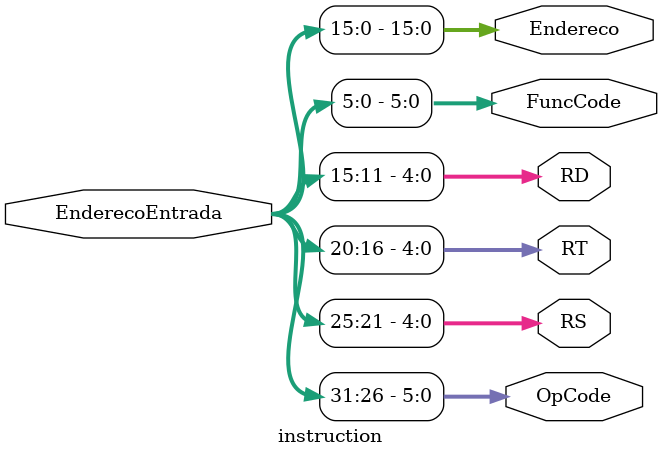
<source format=v>
module instruction(EnderecoEntrada, OpCode, RS, RT, RD, FuncCode, Endereco);
  input [31:0] EnderecoEntrada;
  output [5:0] OpCode;
  output reg[4:0] RS;
  output reg[4:0] RT;
  output reg[4:0] RD;
  output reg[5:0] FuncCode;
  output reg[15:0] Endereco;

  assign OpCode = EnderecoEntrada[31:26];

  always @(EnderecoEntrada) begin
    RS = EnderecoEntrada[25:21];
    RT =  EnderecoEntrada[20:16];
    RD =  EnderecoEntrada[15:11];
    FuncCode =  EnderecoEntrada[5:0];
    Endereco =  EnderecoEntrada[15:0];
  end
endmodule
</source>
